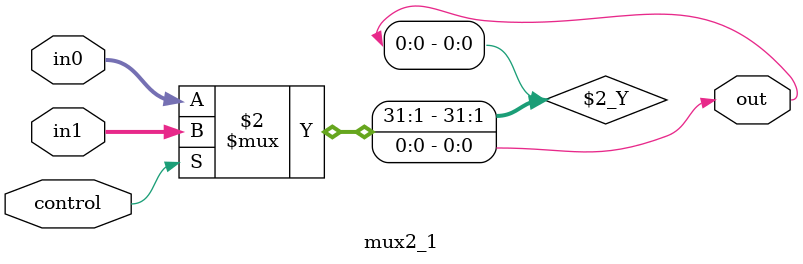
<source format=v>
module mux2_1 #(parameter N = 1) (out, in0, in1, control);
    
    output reg [N-1:0] out;
    input wire [31:0] in0, in1;
    input wire control;

    always @(*) begin
        out = control? in1:in0;
    end

endmodule
</source>
